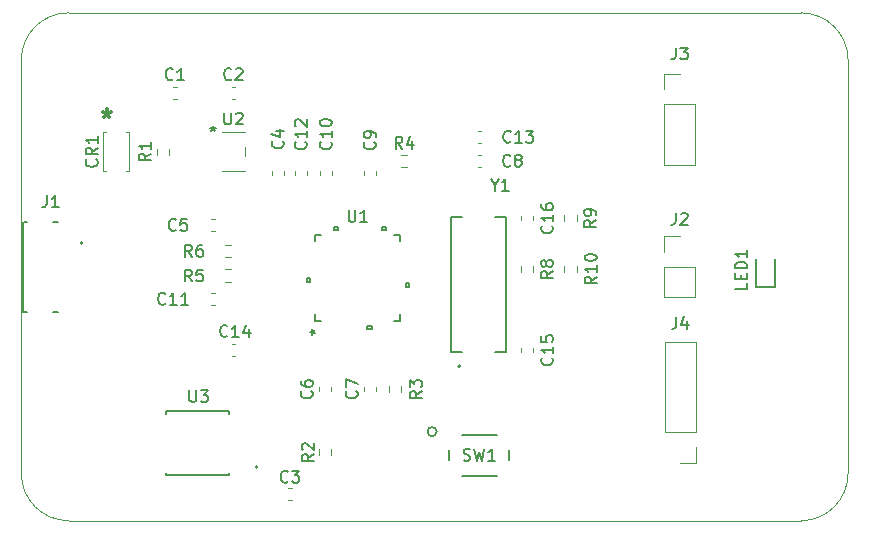
<source format=gto>
G04 #@! TF.GenerationSoftware,KiCad,Pcbnew,(6.0.0-rc1-318-g91359c047d)*
G04 #@! TF.CreationDate,2022-02-27T09:20:33+02:00*
G04 #@! TF.ProjectId,ControlUnitRP2040,436f6e74-726f-46c5-956e-697452503230,rev?*
G04 #@! TF.SameCoordinates,Original*
G04 #@! TF.FileFunction,Legend,Top*
G04 #@! TF.FilePolarity,Positive*
%FSLAX46Y46*%
G04 Gerber Fmt 4.6, Leading zero omitted, Abs format (unit mm)*
G04 Created by KiCad (PCBNEW (6.0.0-rc1-318-g91359c047d)) date 2022-02-27 09:20:33*
%MOMM*%
%LPD*%
G01*
G04 APERTURE LIST*
G04 #@! TA.AperFunction,Profile*
%ADD10C,0.100000*%
G04 #@! TD*
%ADD11C,0.300000*%
%ADD12C,0.150000*%
%ADD13C,0.120000*%
%ADD14C,0.127000*%
%ADD15C,0.200000*%
%ADD16C,0.152400*%
G04 APERTURE END LIST*
D10*
X110000001Y-71000001D02*
X172000000Y-71000000D01*
X106000001Y-109999999D02*
X106000001Y-75000001D01*
X171999999Y-113999999D02*
X110000001Y-113999999D01*
X176000000Y-75000000D02*
X175999999Y-109999999D01*
X176000000Y-75000000D02*
G75*
G03*
X172000000Y-71000000I-4000000J0D01*
G01*
X110000001Y-71000001D02*
G75*
G03*
X106000001Y-75000001I0J-4000000D01*
G01*
X106000001Y-109999999D02*
G75*
G03*
X110000001Y-113999999I4000000J0D01*
G01*
X171999999Y-113999999D02*
G75*
G03*
X175999999Y-109999999I0J4000000D01*
G01*
D11*
X113250000Y-79178571D02*
X113250000Y-79535714D01*
X112892857Y-79392857D02*
X113250000Y-79535714D01*
X113607142Y-79392857D01*
X113035714Y-79821428D02*
X113250000Y-79535714D01*
X113464285Y-79821428D01*
D12*
X120443333Y-91644380D02*
X120110000Y-91168190D01*
X119871904Y-91644380D02*
X119871904Y-90644380D01*
X120252857Y-90644380D01*
X120348095Y-90692000D01*
X120395714Y-90739619D01*
X120443333Y-90834857D01*
X120443333Y-90977714D01*
X120395714Y-91072952D01*
X120348095Y-91120571D01*
X120252857Y-91168190D01*
X119871904Y-91168190D01*
X121300476Y-90644380D02*
X121110000Y-90644380D01*
X121014761Y-90692000D01*
X120967142Y-90739619D01*
X120871904Y-90882476D01*
X120824285Y-91072952D01*
X120824285Y-91453904D01*
X120871904Y-91549142D01*
X120919523Y-91596761D01*
X121014761Y-91644380D01*
X121205238Y-91644380D01*
X121300476Y-91596761D01*
X121348095Y-91549142D01*
X121395714Y-91453904D01*
X121395714Y-91215809D01*
X121348095Y-91120571D01*
X121300476Y-91072952D01*
X121205238Y-91025333D01*
X121014761Y-91025333D01*
X120919523Y-91072952D01*
X120871904Y-91120571D01*
X120824285Y-91215809D01*
X120237267Y-102951785D02*
X120237267Y-103762189D01*
X120284937Y-103857531D01*
X120332608Y-103905201D01*
X120427950Y-103952872D01*
X120618633Y-103952872D01*
X120713975Y-103905201D01*
X120761645Y-103857531D01*
X120809316Y-103762189D01*
X120809316Y-102951785D01*
X121190683Y-102951785D02*
X121810403Y-102951785D01*
X121476708Y-103333152D01*
X121619720Y-103333152D01*
X121715062Y-103380822D01*
X121762732Y-103428493D01*
X121810403Y-103523835D01*
X121810403Y-103762189D01*
X121762732Y-103857531D01*
X121715062Y-103905201D01*
X121619720Y-103952872D01*
X121333695Y-103952872D01*
X121238354Y-103905201D01*
X121190683Y-103857531D01*
X154652380Y-88558666D02*
X154176190Y-88892000D01*
X154652380Y-89130095D02*
X153652380Y-89130095D01*
X153652380Y-88749142D01*
X153700000Y-88653904D01*
X153747619Y-88606285D01*
X153842857Y-88558666D01*
X153985714Y-88558666D01*
X154080952Y-88606285D01*
X154128571Y-88653904D01*
X154176190Y-88749142D01*
X154176190Y-89130095D01*
X154652380Y-88082476D02*
X154652380Y-87892000D01*
X154604761Y-87796761D01*
X154557142Y-87749142D01*
X154414285Y-87653904D01*
X154223809Y-87606285D01*
X153842857Y-87606285D01*
X153747619Y-87653904D01*
X153700000Y-87701523D01*
X153652380Y-87796761D01*
X153652380Y-87987238D01*
X153700000Y-88082476D01*
X153747619Y-88130095D01*
X153842857Y-88177714D01*
X154080952Y-88177714D01*
X154176190Y-88130095D01*
X154223809Y-88082476D01*
X154271428Y-87987238D01*
X154271428Y-87796761D01*
X154223809Y-87701523D01*
X154176190Y-87653904D01*
X154080952Y-87606285D01*
X143446666Y-108862761D02*
X143589523Y-108910380D01*
X143827619Y-108910380D01*
X143922857Y-108862761D01*
X143970476Y-108815142D01*
X144018095Y-108719904D01*
X144018095Y-108624666D01*
X143970476Y-108529428D01*
X143922857Y-108481809D01*
X143827619Y-108434190D01*
X143637142Y-108386571D01*
X143541904Y-108338952D01*
X143494285Y-108291333D01*
X143446666Y-108196095D01*
X143446666Y-108100857D01*
X143494285Y-108005619D01*
X143541904Y-107958000D01*
X143637142Y-107910380D01*
X143875238Y-107910380D01*
X144018095Y-107958000D01*
X144351428Y-107910380D02*
X144589523Y-108910380D01*
X144780000Y-108196095D01*
X144970476Y-108910380D01*
X145208571Y-107910380D01*
X146113333Y-108910380D02*
X145541904Y-108910380D01*
X145827619Y-108910380D02*
X145827619Y-107910380D01*
X145732380Y-108053238D01*
X145637142Y-108148476D01*
X145541904Y-108196095D01*
X118209142Y-95607142D02*
X118161523Y-95654761D01*
X118018666Y-95702380D01*
X117923428Y-95702380D01*
X117780571Y-95654761D01*
X117685333Y-95559523D01*
X117637714Y-95464285D01*
X117590095Y-95273809D01*
X117590095Y-95130952D01*
X117637714Y-94940476D01*
X117685333Y-94845238D01*
X117780571Y-94750000D01*
X117923428Y-94702380D01*
X118018666Y-94702380D01*
X118161523Y-94750000D01*
X118209142Y-94797619D01*
X119161523Y-95702380D02*
X118590095Y-95702380D01*
X118875809Y-95702380D02*
X118875809Y-94702380D01*
X118780571Y-94845238D01*
X118685333Y-94940476D01*
X118590095Y-94988095D01*
X120113904Y-95702380D02*
X119542476Y-95702380D01*
X119828190Y-95702380D02*
X119828190Y-94702380D01*
X119732952Y-94845238D01*
X119637714Y-94940476D01*
X119542476Y-94988095D01*
X132183142Y-81922857D02*
X132230761Y-81970476D01*
X132278380Y-82113333D01*
X132278380Y-82208571D01*
X132230761Y-82351428D01*
X132135523Y-82446666D01*
X132040285Y-82494285D01*
X131849809Y-82541904D01*
X131706952Y-82541904D01*
X131516476Y-82494285D01*
X131421238Y-82446666D01*
X131326000Y-82351428D01*
X131278380Y-82208571D01*
X131278380Y-82113333D01*
X131326000Y-81970476D01*
X131373619Y-81922857D01*
X132278380Y-80970476D02*
X132278380Y-81541904D01*
X132278380Y-81256190D02*
X131278380Y-81256190D01*
X131421238Y-81351428D01*
X131516476Y-81446666D01*
X131564095Y-81541904D01*
X131278380Y-80351428D02*
X131278380Y-80256190D01*
X131326000Y-80160952D01*
X131373619Y-80113333D01*
X131468857Y-80065714D01*
X131659333Y-80018095D01*
X131897428Y-80018095D01*
X132087904Y-80065714D01*
X132183142Y-80113333D01*
X132230761Y-80160952D01*
X132278380Y-80256190D01*
X132278380Y-80351428D01*
X132230761Y-80446666D01*
X132183142Y-80494285D01*
X132087904Y-80541904D01*
X131897428Y-80589523D01*
X131659333Y-80589523D01*
X131468857Y-80541904D01*
X131373619Y-80494285D01*
X131326000Y-80446666D01*
X131278380Y-80351428D01*
X120443333Y-93748380D02*
X120110000Y-93272190D01*
X119871904Y-93748380D02*
X119871904Y-92748380D01*
X120252857Y-92748380D01*
X120348095Y-92796000D01*
X120395714Y-92843619D01*
X120443333Y-92938857D01*
X120443333Y-93081714D01*
X120395714Y-93176952D01*
X120348095Y-93224571D01*
X120252857Y-93272190D01*
X119871904Y-93272190D01*
X121348095Y-92748380D02*
X120871904Y-92748380D01*
X120824285Y-93224571D01*
X120871904Y-93176952D01*
X120967142Y-93129333D01*
X121205238Y-93129333D01*
X121300476Y-93176952D01*
X121348095Y-93224571D01*
X121395714Y-93319809D01*
X121395714Y-93557904D01*
X121348095Y-93653142D01*
X121300476Y-93700761D01*
X121205238Y-93748380D01*
X120967142Y-93748380D01*
X120871904Y-93700761D01*
X120824285Y-93653142D01*
X123190095Y-79452380D02*
X123190095Y-80261904D01*
X123237714Y-80357142D01*
X123285333Y-80404761D01*
X123380571Y-80452380D01*
X123571047Y-80452380D01*
X123666285Y-80404761D01*
X123713904Y-80357142D01*
X123761523Y-80261904D01*
X123761523Y-79452380D01*
X124190095Y-79547619D02*
X124237714Y-79500000D01*
X124332952Y-79452380D01*
X124571047Y-79452380D01*
X124666285Y-79500000D01*
X124713904Y-79547619D01*
X124761523Y-79642857D01*
X124761523Y-79738095D01*
X124713904Y-79880952D01*
X124142476Y-80452380D01*
X124761523Y-80452380D01*
X122234252Y-80578191D02*
X122234252Y-80816287D01*
X121996156Y-80721049D02*
X122234252Y-80816287D01*
X122472347Y-80721049D01*
X122091394Y-81006763D02*
X122234252Y-80816287D01*
X122377109Y-81006763D01*
X167452380Y-93869047D02*
X167452380Y-94345238D01*
X166452380Y-94345238D01*
X166928571Y-93535714D02*
X166928571Y-93202380D01*
X167452380Y-93059523D02*
X167452380Y-93535714D01*
X166452380Y-93535714D01*
X166452380Y-93059523D01*
X167452380Y-92630952D02*
X166452380Y-92630952D01*
X166452380Y-92392857D01*
X166500000Y-92250000D01*
X166595238Y-92154761D01*
X166690476Y-92107142D01*
X166880952Y-92059523D01*
X167023809Y-92059523D01*
X167214285Y-92107142D01*
X167309523Y-92154761D01*
X167404761Y-92250000D01*
X167452380Y-92392857D01*
X167452380Y-92630952D01*
X167452380Y-91107142D02*
X167452380Y-91678571D01*
X167452380Y-91392857D02*
X166452380Y-91392857D01*
X166595238Y-91488095D01*
X166690476Y-91583333D01*
X166738095Y-91678571D01*
X123785333Y-76607142D02*
X123737714Y-76654761D01*
X123594857Y-76702380D01*
X123499619Y-76702380D01*
X123356761Y-76654761D01*
X123261523Y-76559523D01*
X123213904Y-76464285D01*
X123166285Y-76273809D01*
X123166285Y-76130952D01*
X123213904Y-75940476D01*
X123261523Y-75845238D01*
X123356761Y-75750000D01*
X123499619Y-75702380D01*
X123594857Y-75702380D01*
X123737714Y-75750000D01*
X123785333Y-75797619D01*
X124166285Y-75797619D02*
X124213904Y-75750000D01*
X124309142Y-75702380D01*
X124547238Y-75702380D01*
X124642476Y-75750000D01*
X124690095Y-75797619D01*
X124737714Y-75892857D01*
X124737714Y-75988095D01*
X124690095Y-76130952D01*
X124118666Y-76702380D01*
X124737714Y-76702380D01*
X161466666Y-96752380D02*
X161466666Y-97466666D01*
X161419047Y-97609523D01*
X161323809Y-97704761D01*
X161180952Y-97752380D01*
X161085714Y-97752380D01*
X162371428Y-97085714D02*
X162371428Y-97752380D01*
X162133333Y-96704761D02*
X161895238Y-97419047D01*
X162514285Y-97419047D01*
X161416666Y-87952380D02*
X161416666Y-88666666D01*
X161369047Y-88809523D01*
X161273809Y-88904761D01*
X161130952Y-88952380D01*
X161035714Y-88952380D01*
X161845238Y-88047619D02*
X161892857Y-88000000D01*
X161988095Y-87952380D01*
X162226190Y-87952380D01*
X162321428Y-88000000D01*
X162369047Y-88047619D01*
X162416666Y-88142857D01*
X162416666Y-88238095D01*
X162369047Y-88380952D01*
X161797619Y-88952380D01*
X162416666Y-88952380D01*
X130563142Y-103036666D02*
X130610761Y-103084285D01*
X130658380Y-103227142D01*
X130658380Y-103322380D01*
X130610761Y-103465238D01*
X130515523Y-103560476D01*
X130420285Y-103608095D01*
X130229809Y-103655714D01*
X130086952Y-103655714D01*
X129896476Y-103608095D01*
X129801238Y-103560476D01*
X129706000Y-103465238D01*
X129658380Y-103322380D01*
X129658380Y-103227142D01*
X129706000Y-103084285D01*
X129753619Y-103036666D01*
X129658380Y-102179523D02*
X129658380Y-102370000D01*
X129706000Y-102465238D01*
X129753619Y-102512857D01*
X129896476Y-102608095D01*
X130086952Y-102655714D01*
X130467904Y-102655714D01*
X130563142Y-102608095D01*
X130610761Y-102560476D01*
X130658380Y-102465238D01*
X130658380Y-102274761D01*
X130610761Y-102179523D01*
X130563142Y-102131904D01*
X130467904Y-102084285D01*
X130229809Y-102084285D01*
X130134571Y-102131904D01*
X130086952Y-102179523D01*
X130039333Y-102274761D01*
X130039333Y-102465238D01*
X130086952Y-102560476D01*
X130134571Y-102608095D01*
X130229809Y-102655714D01*
X130754380Y-108370666D02*
X130278190Y-108704000D01*
X130754380Y-108942095D02*
X129754380Y-108942095D01*
X129754380Y-108561142D01*
X129802000Y-108465904D01*
X129849619Y-108418285D01*
X129944857Y-108370666D01*
X130087714Y-108370666D01*
X130182952Y-108418285D01*
X130230571Y-108465904D01*
X130278190Y-108561142D01*
X130278190Y-108942095D01*
X129849619Y-107989714D02*
X129802000Y-107942095D01*
X129754380Y-107846857D01*
X129754380Y-107608761D01*
X129802000Y-107513523D01*
X129849619Y-107465904D01*
X129944857Y-107418285D01*
X130040095Y-107418285D01*
X130182952Y-107465904D01*
X130754380Y-108037333D01*
X130754380Y-107418285D01*
X154704336Y-93346176D02*
X154228146Y-93679509D01*
X154704336Y-93917604D02*
X153704336Y-93917604D01*
X153704336Y-93536652D01*
X153751956Y-93441414D01*
X153799575Y-93393795D01*
X153894813Y-93346176D01*
X154037670Y-93346176D01*
X154132908Y-93393795D01*
X154180527Y-93441414D01*
X154228146Y-93536652D01*
X154228146Y-93917604D01*
X154704336Y-92393795D02*
X154704336Y-92965223D01*
X154704336Y-92679509D02*
X153704336Y-92679509D01*
X153847194Y-92774747D01*
X153942432Y-92869985D01*
X153990051Y-92965223D01*
X153704336Y-91774747D02*
X153704336Y-91679509D01*
X153751956Y-91584271D01*
X153799575Y-91536652D01*
X153894813Y-91489033D01*
X154085289Y-91441414D01*
X154323384Y-91441414D01*
X154513860Y-91489033D01*
X154609098Y-91536652D01*
X154656717Y-91584271D01*
X154704336Y-91679509D01*
X154704336Y-91774747D01*
X154656717Y-91869985D01*
X154609098Y-91917604D01*
X154513860Y-91965223D01*
X154323384Y-92012842D01*
X154085289Y-92012842D01*
X153894813Y-91965223D01*
X153799575Y-91917604D01*
X153751956Y-91869985D01*
X153704336Y-91774747D01*
X128119142Y-81858666D02*
X128166761Y-81906285D01*
X128214380Y-82049142D01*
X128214380Y-82144380D01*
X128166761Y-82287238D01*
X128071523Y-82382476D01*
X127976285Y-82430095D01*
X127785809Y-82477714D01*
X127642952Y-82477714D01*
X127452476Y-82430095D01*
X127357238Y-82382476D01*
X127262000Y-82287238D01*
X127214380Y-82144380D01*
X127214380Y-82049142D01*
X127262000Y-81906285D01*
X127309619Y-81858666D01*
X127547714Y-81001523D02*
X128214380Y-81001523D01*
X127166761Y-81239619D02*
X127881047Y-81477714D01*
X127881047Y-80858666D01*
X130055142Y-81922857D02*
X130102761Y-81970476D01*
X130150380Y-82113333D01*
X130150380Y-82208571D01*
X130102761Y-82351428D01*
X130007523Y-82446666D01*
X129912285Y-82494285D01*
X129721809Y-82541904D01*
X129578952Y-82541904D01*
X129388476Y-82494285D01*
X129293238Y-82446666D01*
X129198000Y-82351428D01*
X129150380Y-82208571D01*
X129150380Y-82113333D01*
X129198000Y-81970476D01*
X129245619Y-81922857D01*
X130150380Y-80970476D02*
X130150380Y-81541904D01*
X130150380Y-81256190D02*
X129150380Y-81256190D01*
X129293238Y-81351428D01*
X129388476Y-81446666D01*
X129436095Y-81541904D01*
X129245619Y-80589523D02*
X129198000Y-80541904D01*
X129150380Y-80446666D01*
X129150380Y-80208571D01*
X129198000Y-80113333D01*
X129245619Y-80065714D01*
X129340857Y-80018095D01*
X129436095Y-80018095D01*
X129578952Y-80065714D01*
X130150380Y-80637142D01*
X130150380Y-80018095D01*
X139898380Y-103036666D02*
X139422190Y-103370000D01*
X139898380Y-103608095D02*
X138898380Y-103608095D01*
X138898380Y-103227142D01*
X138946000Y-103131904D01*
X138993619Y-103084285D01*
X139088857Y-103036666D01*
X139231714Y-103036666D01*
X139326952Y-103084285D01*
X139374571Y-103131904D01*
X139422190Y-103227142D01*
X139422190Y-103608095D01*
X138898380Y-102703333D02*
X138898380Y-102084285D01*
X139279333Y-102417619D01*
X139279333Y-102274761D01*
X139326952Y-102179523D01*
X139374571Y-102131904D01*
X139469809Y-102084285D01*
X139707904Y-102084285D01*
X139803142Y-102131904D01*
X139850761Y-102179523D01*
X139898380Y-102274761D01*
X139898380Y-102560476D01*
X139850761Y-102655714D01*
X139803142Y-102703333D01*
X146081809Y-85574190D02*
X146081809Y-86050380D01*
X145748476Y-85050380D02*
X146081809Y-85574190D01*
X146415142Y-85050380D01*
X147272285Y-86050380D02*
X146700857Y-86050380D01*
X146986571Y-86050380D02*
X146986571Y-85050380D01*
X146891333Y-85193238D01*
X146796095Y-85288476D01*
X146700857Y-85336095D01*
X138263333Y-82494380D02*
X137930000Y-82018190D01*
X137691904Y-82494380D02*
X137691904Y-81494380D01*
X138072857Y-81494380D01*
X138168095Y-81542000D01*
X138215714Y-81589619D01*
X138263333Y-81684857D01*
X138263333Y-81827714D01*
X138215714Y-81922952D01*
X138168095Y-81970571D01*
X138072857Y-82018190D01*
X137691904Y-82018190D01*
X139120476Y-81827714D02*
X139120476Y-82494380D01*
X138882380Y-81446761D02*
X138644285Y-82161047D01*
X139263333Y-82161047D01*
X119083333Y-89357142D02*
X119035714Y-89404761D01*
X118892857Y-89452380D01*
X118797619Y-89452380D01*
X118654761Y-89404761D01*
X118559523Y-89309523D01*
X118511904Y-89214285D01*
X118464285Y-89023809D01*
X118464285Y-88880952D01*
X118511904Y-88690476D01*
X118559523Y-88595238D01*
X118654761Y-88500000D01*
X118797619Y-88452380D01*
X118892857Y-88452380D01*
X119035714Y-88500000D01*
X119083333Y-88547619D01*
X119988095Y-88452380D02*
X119511904Y-88452380D01*
X119464285Y-88928571D01*
X119511904Y-88880952D01*
X119607142Y-88833333D01*
X119845238Y-88833333D01*
X119940476Y-88880952D01*
X119988095Y-88928571D01*
X120035714Y-89023809D01*
X120035714Y-89261904D01*
X119988095Y-89357142D01*
X119940476Y-89404761D01*
X119845238Y-89452380D01*
X119607142Y-89452380D01*
X119511904Y-89404761D01*
X119464285Y-89357142D01*
X118833333Y-76607142D02*
X118785714Y-76654761D01*
X118642857Y-76702380D01*
X118547619Y-76702380D01*
X118404761Y-76654761D01*
X118309523Y-76559523D01*
X118261904Y-76464285D01*
X118214285Y-76273809D01*
X118214285Y-76130952D01*
X118261904Y-75940476D01*
X118309523Y-75845238D01*
X118404761Y-75750000D01*
X118547619Y-75702380D01*
X118642857Y-75702380D01*
X118785714Y-75750000D01*
X118833333Y-75797619D01*
X119785714Y-76702380D02*
X119214285Y-76702380D01*
X119500000Y-76702380D02*
X119500000Y-75702380D01*
X119404761Y-75845238D01*
X119309523Y-75940476D01*
X119214285Y-75988095D01*
X147439142Y-81891142D02*
X147391523Y-81938761D01*
X147248666Y-81986380D01*
X147153428Y-81986380D01*
X147010571Y-81938761D01*
X146915333Y-81843523D01*
X146867714Y-81748285D01*
X146820095Y-81557809D01*
X146820095Y-81414952D01*
X146867714Y-81224476D01*
X146915333Y-81129238D01*
X147010571Y-81034000D01*
X147153428Y-80986380D01*
X147248666Y-80986380D01*
X147391523Y-81034000D01*
X147439142Y-81081619D01*
X148391523Y-81986380D02*
X147820095Y-81986380D01*
X148105809Y-81986380D02*
X148105809Y-80986380D01*
X148010571Y-81129238D01*
X147915333Y-81224476D01*
X147820095Y-81272095D01*
X148724857Y-80986380D02*
X149343904Y-80986380D01*
X149010571Y-81367333D01*
X149153428Y-81367333D01*
X149248666Y-81414952D01*
X149296285Y-81462571D01*
X149343904Y-81557809D01*
X149343904Y-81795904D01*
X149296285Y-81891142D01*
X149248666Y-81938761D01*
X149153428Y-81986380D01*
X148867714Y-81986380D01*
X148772476Y-81938761D01*
X148724857Y-81891142D01*
X116952380Y-82916666D02*
X116476190Y-83250000D01*
X116952380Y-83488095D02*
X115952380Y-83488095D01*
X115952380Y-83107142D01*
X116000000Y-83011904D01*
X116047619Y-82964285D01*
X116142857Y-82916666D01*
X116285714Y-82916666D01*
X116380952Y-82964285D01*
X116428571Y-83011904D01*
X116476190Y-83107142D01*
X116476190Y-83488095D01*
X116952380Y-81964285D02*
X116952380Y-82535714D01*
X116952380Y-82250000D02*
X115952380Y-82250000D01*
X116095238Y-82345238D01*
X116190476Y-82440476D01*
X116238095Y-82535714D01*
X108166666Y-86452380D02*
X108166666Y-87166666D01*
X108119047Y-87309523D01*
X108023809Y-87404761D01*
X107880952Y-87452380D01*
X107785714Y-87452380D01*
X109166666Y-87452380D02*
X108595238Y-87452380D01*
X108880952Y-87452380D02*
X108880952Y-86452380D01*
X108785714Y-86595238D01*
X108690476Y-86690476D01*
X108595238Y-86738095D01*
X147407333Y-83923142D02*
X147359714Y-83970761D01*
X147216857Y-84018380D01*
X147121619Y-84018380D01*
X146978761Y-83970761D01*
X146883523Y-83875523D01*
X146835904Y-83780285D01*
X146788285Y-83589809D01*
X146788285Y-83446952D01*
X146835904Y-83256476D01*
X146883523Y-83161238D01*
X146978761Y-83066000D01*
X147121619Y-83018380D01*
X147216857Y-83018380D01*
X147359714Y-83066000D01*
X147407333Y-83113619D01*
X147978761Y-83446952D02*
X147883523Y-83399333D01*
X147835904Y-83351714D01*
X147788285Y-83256476D01*
X147788285Y-83208857D01*
X147835904Y-83113619D01*
X147883523Y-83066000D01*
X147978761Y-83018380D01*
X148169238Y-83018380D01*
X148264476Y-83066000D01*
X148312095Y-83113619D01*
X148359714Y-83208857D01*
X148359714Y-83256476D01*
X148312095Y-83351714D01*
X148264476Y-83399333D01*
X148169238Y-83446952D01*
X147978761Y-83446952D01*
X147883523Y-83494571D01*
X147835904Y-83542190D01*
X147788285Y-83637428D01*
X147788285Y-83827904D01*
X147835904Y-83923142D01*
X147883523Y-83970761D01*
X147978761Y-84018380D01*
X148169238Y-84018380D01*
X148264476Y-83970761D01*
X148312095Y-83923142D01*
X148359714Y-83827904D01*
X148359714Y-83637428D01*
X148312095Y-83542190D01*
X148264476Y-83494571D01*
X148169238Y-83446952D01*
X161416666Y-73952380D02*
X161416666Y-74666666D01*
X161369047Y-74809523D01*
X161273809Y-74904761D01*
X161130952Y-74952380D01*
X161035714Y-74952380D01*
X161797619Y-73952380D02*
X162416666Y-73952380D01*
X162083333Y-74333333D01*
X162226190Y-74333333D01*
X162321428Y-74380952D01*
X162369047Y-74428571D01*
X162416666Y-74523809D01*
X162416666Y-74761904D01*
X162369047Y-74857142D01*
X162321428Y-74904761D01*
X162226190Y-74952380D01*
X161940476Y-74952380D01*
X161845238Y-74904761D01*
X161797619Y-74857142D01*
X150923542Y-89034857D02*
X150971161Y-89082476D01*
X151018780Y-89225333D01*
X151018780Y-89320571D01*
X150971161Y-89463428D01*
X150875923Y-89558666D01*
X150780685Y-89606285D01*
X150590209Y-89653904D01*
X150447352Y-89653904D01*
X150256876Y-89606285D01*
X150161638Y-89558666D01*
X150066400Y-89463428D01*
X150018780Y-89320571D01*
X150018780Y-89225333D01*
X150066400Y-89082476D01*
X150114019Y-89034857D01*
X151018780Y-88082476D02*
X151018780Y-88653904D01*
X151018780Y-88368190D02*
X150018780Y-88368190D01*
X150161638Y-88463428D01*
X150256876Y-88558666D01*
X150304495Y-88653904D01*
X150018780Y-87225333D02*
X150018780Y-87415809D01*
X150066400Y-87511047D01*
X150114019Y-87558666D01*
X150256876Y-87653904D01*
X150447352Y-87701523D01*
X150828304Y-87701523D01*
X150923542Y-87653904D01*
X150971161Y-87606285D01*
X151018780Y-87511047D01*
X151018780Y-87320571D01*
X150971161Y-87225333D01*
X150923542Y-87177714D01*
X150828304Y-87130095D01*
X150590209Y-87130095D01*
X150494971Y-87177714D01*
X150447352Y-87225333D01*
X150399733Y-87320571D01*
X150399733Y-87511047D01*
X150447352Y-87606285D01*
X150494971Y-87653904D01*
X150590209Y-87701523D01*
X134373142Y-103036666D02*
X134420761Y-103084285D01*
X134468380Y-103227142D01*
X134468380Y-103322380D01*
X134420761Y-103465238D01*
X134325523Y-103560476D01*
X134230285Y-103608095D01*
X134039809Y-103655714D01*
X133896952Y-103655714D01*
X133706476Y-103608095D01*
X133611238Y-103560476D01*
X133516000Y-103465238D01*
X133468380Y-103322380D01*
X133468380Y-103227142D01*
X133516000Y-103084285D01*
X133563619Y-103036666D01*
X133468380Y-102703333D02*
X133468380Y-102036666D01*
X134468380Y-102465238D01*
X135897142Y-81954666D02*
X135944761Y-82002285D01*
X135992380Y-82145142D01*
X135992380Y-82240380D01*
X135944761Y-82383238D01*
X135849523Y-82478476D01*
X135754285Y-82526095D01*
X135563809Y-82573714D01*
X135420952Y-82573714D01*
X135230476Y-82526095D01*
X135135238Y-82478476D01*
X135040000Y-82383238D01*
X134992380Y-82240380D01*
X134992380Y-82145142D01*
X135040000Y-82002285D01*
X135087619Y-81954666D01*
X135992380Y-81478476D02*
X135992380Y-81288000D01*
X135944761Y-81192761D01*
X135897142Y-81145142D01*
X135754285Y-81049904D01*
X135563809Y-81002285D01*
X135182857Y-81002285D01*
X135087619Y-81049904D01*
X135040000Y-81097523D01*
X134992380Y-81192761D01*
X134992380Y-81383238D01*
X135040000Y-81478476D01*
X135087619Y-81526095D01*
X135182857Y-81573714D01*
X135420952Y-81573714D01*
X135516190Y-81526095D01*
X135563809Y-81478476D01*
X135611428Y-81383238D01*
X135611428Y-81192761D01*
X135563809Y-81097523D01*
X135516190Y-81049904D01*
X135420952Y-81002285D01*
X112357142Y-83416666D02*
X112404761Y-83464285D01*
X112452380Y-83607142D01*
X112452380Y-83702380D01*
X112404761Y-83845238D01*
X112309523Y-83940476D01*
X112214285Y-83988095D01*
X112023809Y-84035714D01*
X111880952Y-84035714D01*
X111690476Y-83988095D01*
X111595238Y-83940476D01*
X111500000Y-83845238D01*
X111452380Y-83702380D01*
X111452380Y-83607142D01*
X111500000Y-83464285D01*
X111547619Y-83416666D01*
X112452380Y-82416666D02*
X111976190Y-82750000D01*
X112452380Y-82988095D02*
X111452380Y-82988095D01*
X111452380Y-82607142D01*
X111500000Y-82511904D01*
X111547619Y-82464285D01*
X111642857Y-82416666D01*
X111785714Y-82416666D01*
X111880952Y-82464285D01*
X111928571Y-82511904D01*
X111976190Y-82607142D01*
X111976190Y-82988095D01*
X112452380Y-81464285D02*
X112452380Y-82035714D01*
X112452380Y-81750000D02*
X111452380Y-81750000D01*
X111595238Y-81845238D01*
X111690476Y-81940476D01*
X111738095Y-82035714D01*
X151018780Y-92876666D02*
X150542590Y-93210000D01*
X151018780Y-93448095D02*
X150018780Y-93448095D01*
X150018780Y-93067142D01*
X150066400Y-92971904D01*
X150114019Y-92924285D01*
X150209257Y-92876666D01*
X150352114Y-92876666D01*
X150447352Y-92924285D01*
X150494971Y-92971904D01*
X150542590Y-93067142D01*
X150542590Y-93448095D01*
X150447352Y-92305238D02*
X150399733Y-92400476D01*
X150352114Y-92448095D01*
X150256876Y-92495714D01*
X150209257Y-92495714D01*
X150114019Y-92448095D01*
X150066400Y-92400476D01*
X150018780Y-92305238D01*
X150018780Y-92114761D01*
X150066400Y-92019523D01*
X150114019Y-91971904D01*
X150209257Y-91924285D01*
X150256876Y-91924285D01*
X150352114Y-91971904D01*
X150399733Y-92019523D01*
X150447352Y-92114761D01*
X150447352Y-92305238D01*
X150494971Y-92400476D01*
X150542590Y-92448095D01*
X150637828Y-92495714D01*
X150828304Y-92495714D01*
X150923542Y-92448095D01*
X150971161Y-92400476D01*
X151018780Y-92305238D01*
X151018780Y-92114761D01*
X150971161Y-92019523D01*
X150923542Y-91971904D01*
X150828304Y-91924285D01*
X150637828Y-91924285D01*
X150542590Y-91971904D01*
X150494971Y-92019523D01*
X150447352Y-92114761D01*
X150923542Y-100210857D02*
X150971161Y-100258476D01*
X151018780Y-100401333D01*
X151018780Y-100496571D01*
X150971161Y-100639428D01*
X150875923Y-100734666D01*
X150780685Y-100782285D01*
X150590209Y-100829904D01*
X150447352Y-100829904D01*
X150256876Y-100782285D01*
X150161638Y-100734666D01*
X150066400Y-100639428D01*
X150018780Y-100496571D01*
X150018780Y-100401333D01*
X150066400Y-100258476D01*
X150114019Y-100210857D01*
X151018780Y-99258476D02*
X151018780Y-99829904D01*
X151018780Y-99544190D02*
X150018780Y-99544190D01*
X150161638Y-99639428D01*
X150256876Y-99734666D01*
X150304495Y-99829904D01*
X150018780Y-98353714D02*
X150018780Y-98829904D01*
X150494971Y-98877523D01*
X150447352Y-98829904D01*
X150399733Y-98734666D01*
X150399733Y-98496571D01*
X150447352Y-98401333D01*
X150494971Y-98353714D01*
X150590209Y-98306095D01*
X150828304Y-98306095D01*
X150923542Y-98353714D01*
X150971161Y-98401333D01*
X151018780Y-98496571D01*
X151018780Y-98734666D01*
X150971161Y-98829904D01*
X150923542Y-98877523D01*
X128583333Y-110677142D02*
X128535714Y-110724761D01*
X128392857Y-110772380D01*
X128297619Y-110772380D01*
X128154761Y-110724761D01*
X128059523Y-110629523D01*
X128011904Y-110534285D01*
X127964285Y-110343809D01*
X127964285Y-110200952D01*
X128011904Y-110010476D01*
X128059523Y-109915238D01*
X128154761Y-109820000D01*
X128297619Y-109772380D01*
X128392857Y-109772380D01*
X128535714Y-109820000D01*
X128583333Y-109867619D01*
X128916666Y-109772380D02*
X129535714Y-109772380D01*
X129202380Y-110153333D01*
X129345238Y-110153333D01*
X129440476Y-110200952D01*
X129488095Y-110248571D01*
X129535714Y-110343809D01*
X129535714Y-110581904D01*
X129488095Y-110677142D01*
X129440476Y-110724761D01*
X129345238Y-110772380D01*
X129059523Y-110772380D01*
X128964285Y-110724761D01*
X128916666Y-110677142D01*
X123455409Y-98357142D02*
X123407790Y-98404761D01*
X123264933Y-98452380D01*
X123169695Y-98452380D01*
X123026838Y-98404761D01*
X122931600Y-98309523D01*
X122883981Y-98214285D01*
X122836362Y-98023809D01*
X122836362Y-97880952D01*
X122883981Y-97690476D01*
X122931600Y-97595238D01*
X123026838Y-97500000D01*
X123169695Y-97452380D01*
X123264933Y-97452380D01*
X123407790Y-97500000D01*
X123455409Y-97547619D01*
X124407790Y-98452380D02*
X123836362Y-98452380D01*
X124122076Y-98452380D02*
X124122076Y-97452380D01*
X124026838Y-97595238D01*
X123931600Y-97690476D01*
X123836362Y-97738095D01*
X125264933Y-97785714D02*
X125264933Y-98452380D01*
X125026838Y-97404761D02*
X124788743Y-98119047D01*
X125407790Y-98119047D01*
X133706095Y-87702380D02*
X133706095Y-88511904D01*
X133753714Y-88607142D01*
X133801333Y-88654761D01*
X133896571Y-88702380D01*
X134087047Y-88702380D01*
X134182285Y-88654761D01*
X134229904Y-88607142D01*
X134277523Y-88511904D01*
X134277523Y-87702380D01*
X135277523Y-88702380D02*
X134706095Y-88702380D01*
X134991809Y-88702380D02*
X134991809Y-87702380D01*
X134896571Y-87845238D01*
X134801333Y-87940476D01*
X134706095Y-87988095D01*
X130452380Y-98000000D02*
X130690476Y-98000000D01*
X130595238Y-98238095D02*
X130690476Y-98000000D01*
X130595238Y-97761904D01*
X130880952Y-98142857D02*
X130690476Y-98000000D01*
X130880952Y-97857142D01*
D13*
X123754724Y-91708500D02*
X123245276Y-91708500D01*
X123754724Y-90663500D02*
X123245276Y-90663500D01*
D14*
X123594000Y-104932000D02*
X123594000Y-104752000D01*
X123594000Y-110132000D02*
X118214000Y-110132000D01*
X118214000Y-104932000D02*
X118214000Y-104752000D01*
X123594000Y-104752000D02*
X118214000Y-104752000D01*
X118214000Y-110132000D02*
X118214000Y-109952000D01*
X123594000Y-110132000D02*
X123594000Y-109952000D01*
D15*
X126004000Y-109442000D02*
G75*
G03*
X126004000Y-109442000I-100000J0D01*
G01*
D13*
X153022500Y-88137276D02*
X153022500Y-88646724D01*
X151977500Y-88137276D02*
X151977500Y-88646724D01*
D16*
X146250447Y-106730800D02*
X143309553Y-106730800D01*
X142252700Y-108045941D02*
X142252700Y-108870059D01*
X147307300Y-108870059D02*
X147307300Y-108045941D01*
X143309553Y-110185200D02*
X146250447Y-110185200D01*
X141161000Y-106458000D02*
G75*
G03*
X141161000Y-106458000I-381000J0D01*
G01*
D13*
X122396267Y-94740000D02*
X122103733Y-94740000D01*
X122396267Y-95760000D02*
X122103733Y-95760000D01*
X132336000Y-84728267D02*
X132336000Y-84435733D01*
X131316000Y-84728267D02*
X131316000Y-84435733D01*
X123754724Y-93772500D02*
X123245276Y-93772500D01*
X123754724Y-92727500D02*
X123245276Y-92727500D01*
X124929000Y-83117261D02*
X124929000Y-82382739D01*
X124929000Y-81073001D02*
X122975000Y-81073001D01*
X122975000Y-84426999D02*
X124929000Y-84426999D01*
D15*
X169825000Y-94175000D02*
X169825000Y-91850000D01*
X168175000Y-94175000D02*
X169825000Y-94175000D01*
X168175000Y-91850000D02*
X168175000Y-94175000D01*
D13*
X124098267Y-78260000D02*
X123805733Y-78260000D01*
X124098267Y-77240000D02*
X123805733Y-77240000D01*
X163130000Y-107800000D02*
X163130000Y-109130000D01*
X163130000Y-106530000D02*
X163130000Y-98850000D01*
X163130000Y-109130000D02*
X161800000Y-109130000D01*
X163130000Y-106530000D02*
X160470000Y-106530000D01*
X160470000Y-106530000D02*
X160470000Y-98850000D01*
X163130000Y-98850000D02*
X160470000Y-98850000D01*
X160420000Y-92495000D02*
X163080000Y-92495000D01*
X160420000Y-95095000D02*
X163080000Y-95095000D01*
X163080000Y-92495000D02*
X163080000Y-95095000D01*
X160420000Y-91225000D02*
X160420000Y-89895000D01*
X160420000Y-92495000D02*
X160420000Y-95095000D01*
X160420000Y-89895000D02*
X161750000Y-89895000D01*
X132240000Y-102723733D02*
X132240000Y-103016267D01*
X131220000Y-102723733D02*
X131220000Y-103016267D01*
X132252500Y-107949276D02*
X132252500Y-108458724D01*
X131207500Y-107949276D02*
X131207500Y-108458724D01*
X151977500Y-92964724D02*
X151977500Y-92455276D01*
X153022500Y-92964724D02*
X153022500Y-92455276D01*
X128272000Y-84728267D02*
X128272000Y-84435733D01*
X127252000Y-84728267D02*
X127252000Y-84435733D01*
X129188000Y-84728267D02*
X129188000Y-84435733D01*
X130208000Y-84728267D02*
X130208000Y-84435733D01*
X138190500Y-102615276D02*
X138190500Y-103124724D01*
X137145500Y-102615276D02*
X137145500Y-103124724D01*
D14*
X143304400Y-99680000D02*
X142374400Y-99680000D01*
X146144400Y-99680000D02*
X147074400Y-99680000D01*
X142374400Y-99680000D02*
X142374400Y-88280000D01*
X142374400Y-88280000D02*
X143304400Y-88280000D01*
X147074400Y-88280000D02*
X146144400Y-88280000D01*
X147074400Y-99680000D02*
X147074400Y-88280000D01*
D15*
X143174400Y-100930000D02*
G75*
G03*
X143174400Y-100930000I-100000J0D01*
G01*
D13*
X138175276Y-84088500D02*
X138684724Y-84088500D01*
X138175276Y-83043500D02*
X138684724Y-83043500D01*
X122396267Y-88490000D02*
X122103733Y-88490000D01*
X122396267Y-89510000D02*
X122103733Y-89510000D01*
X118853733Y-78260000D02*
X119146267Y-78260000D01*
X118853733Y-77240000D02*
X119146267Y-77240000D01*
X144633733Y-82044000D02*
X144926267Y-82044000D01*
X144633733Y-81024000D02*
X144926267Y-81024000D01*
X117477500Y-82495276D02*
X117477500Y-83004724D01*
X118522500Y-82495276D02*
X118522500Y-83004724D01*
D14*
X106500000Y-88700000D02*
X106200000Y-88700000D01*
X106500000Y-96300000D02*
X106200000Y-96300000D01*
X108700000Y-96300000D02*
X109100000Y-96300000D01*
X109100000Y-88700000D02*
X108700000Y-88700000D01*
X106150000Y-88700000D02*
X106150000Y-96300000D01*
D15*
X111200000Y-90500000D02*
G75*
G03*
X111200000Y-90500000I-100000J0D01*
G01*
D13*
X144633733Y-84076000D02*
X144926267Y-84076000D01*
X144633733Y-83056000D02*
X144926267Y-83056000D01*
X160420000Y-77475000D02*
X160420000Y-76145000D01*
X160420000Y-78745000D02*
X160420000Y-83885000D01*
X160420000Y-83885000D02*
X163080000Y-83885000D01*
X160420000Y-76145000D02*
X161750000Y-76145000D01*
X163080000Y-78745000D02*
X163080000Y-83885000D01*
X160420000Y-78745000D02*
X163080000Y-78745000D01*
X148278400Y-88538267D02*
X148278400Y-88245733D01*
X149298400Y-88538267D02*
X149298400Y-88245733D01*
X136050000Y-102723733D02*
X136050000Y-103016267D01*
X135030000Y-102723733D02*
X135030000Y-103016267D01*
X135030000Y-84728267D02*
X135030000Y-84435733D01*
X136050000Y-84728267D02*
X136050000Y-84435733D01*
X115079500Y-81073600D02*
X114853440Y-81073600D01*
X112920500Y-81073600D02*
X112920500Y-84426400D01*
X115079500Y-84426400D02*
X115079500Y-81073600D01*
X114853440Y-84426400D02*
X115079500Y-84426400D01*
X113146560Y-81073600D02*
X112920500Y-81073600D01*
X112920500Y-84426400D02*
X113146560Y-84426400D01*
X148265900Y-92964724D02*
X148265900Y-92455276D01*
X149310900Y-92964724D02*
X149310900Y-92455276D01*
X148278400Y-99421733D02*
X148278400Y-99714267D01*
X149298400Y-99421733D02*
X149298400Y-99714267D01*
X128603733Y-112260000D02*
X128896267Y-112260000D01*
X128603733Y-111240000D02*
X128896267Y-111240000D01*
X124098267Y-100078000D02*
X123805733Y-100078000D01*
X124098267Y-99058000D02*
X123805733Y-99058000D01*
D16*
X135674500Y-97744000D02*
X135674500Y-97490000D01*
X136893700Y-89108000D02*
X136893700Y-89362000D01*
X132448700Y-89108000D02*
X132829700Y-89108000D01*
X138786000Y-93845100D02*
X138532000Y-93845100D01*
X138786000Y-94226100D02*
X138786000Y-93845100D01*
X130835800Y-97058200D02*
X131404760Y-97058200D01*
X130835800Y-89793800D02*
X130835800Y-90362760D01*
X130835800Y-96489240D02*
X130835800Y-97058200D01*
X138100200Y-90362760D02*
X138100200Y-89793800D01*
X136893700Y-89362000D02*
X136512700Y-89362000D01*
X138100200Y-89793800D02*
X137531240Y-89793800D01*
X135293500Y-97490000D02*
X135293500Y-97744000D01*
X136512700Y-89108000D02*
X136893700Y-89108000D01*
X138100200Y-97058200D02*
X138100200Y-96489240D01*
X130150000Y-93819700D02*
X130150000Y-93438700D01*
X132448700Y-89362000D02*
X132448700Y-89108000D01*
X132829700Y-89108000D02*
X132829700Y-89362000D01*
X138532000Y-94226100D02*
X138786000Y-94226100D01*
X132829700Y-89362000D02*
X132448700Y-89362000D01*
X130404000Y-93819700D02*
X130150000Y-93819700D01*
X131404760Y-89793800D02*
X130835800Y-89793800D01*
X138532000Y-93845100D02*
X138532000Y-94226100D01*
X136512700Y-89362000D02*
X136512700Y-89108000D01*
X135674500Y-97490000D02*
X135293500Y-97490000D01*
X130150000Y-93438700D02*
X130404000Y-93438700D01*
X137531240Y-97058200D02*
X138100200Y-97058200D01*
X135293500Y-97744000D02*
X135674500Y-97744000D01*
X130404000Y-93438700D02*
X130404000Y-93819700D01*
M02*

</source>
